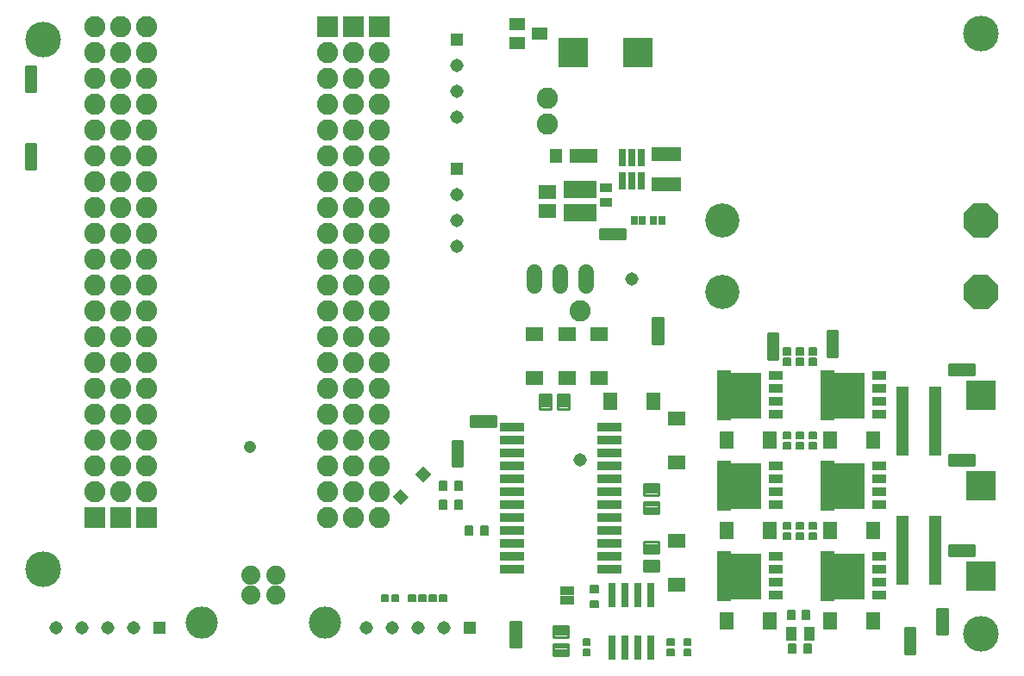
<source format=gts>
G75*
%MOIN*%
%OFA0B0*%
%FSLAX25Y25*%
%IPPOS*%
%LPD*%
%AMOC8*
5,1,8,0,0,1.08239X$1,22.5*
%
%ADD10R,0.05800X0.19300*%
%ADD11R,0.05300X0.03600*%
%ADD12C,0.00130*%
%ADD13R,0.04737X0.26784*%
%ADD14R,0.11200X0.11200*%
%ADD15C,0.00632*%
%ADD16R,0.09658X0.03359*%
%ADD17C,0.13200*%
%ADD18OC8,0.13200*%
%ADD19C,0.01066*%
%ADD20R,0.06587X0.05800*%
%ADD21R,0.05800X0.06587*%
%ADD22R,0.03162X0.09461*%
%ADD23R,0.08200X0.08200*%
%ADD24C,0.08200*%
%ADD25R,0.04600X0.03400*%
%ADD26R,0.11400X0.05200*%
%ADD27R,0.06500X0.05200*%
%ADD28R,0.10700X0.05700*%
%ADD29R,0.05000X0.05700*%
%ADD30R,0.12800X0.06800*%
%ADD31R,0.03000X0.03200*%
%ADD32R,0.03000X0.07000*%
%ADD33C,0.00960*%
%ADD34R,0.05150X0.05150*%
%ADD35C,0.05150*%
%ADD36C,0.07400*%
%ADD37C,0.12500*%
%ADD38C,0.13800*%
%ADD39R,0.05800X0.03300*%
%ADD40R,0.04343X0.04540*%
%ADD41R,0.03950X0.05524*%
%ADD42C,0.06000*%
%ADD43R,0.06312X0.04737*%
%ADD44C,0.04756*%
D10*
X0304533Y0063750D03*
X0304533Y0098750D03*
X0304533Y0133750D03*
X0344533Y0133750D03*
X0344533Y0098750D03*
X0344533Y0063750D03*
D11*
X0364583Y0061250D03*
X0364583Y0056250D03*
X0364583Y0066250D03*
X0364583Y0071250D03*
X0364583Y0091250D03*
X0364583Y0096250D03*
X0364583Y0101250D03*
X0364583Y0106250D03*
X0364583Y0126250D03*
X0364583Y0131250D03*
X0364583Y0136250D03*
X0364583Y0141250D03*
X0324583Y0141250D03*
X0324583Y0136250D03*
X0324583Y0131250D03*
X0324583Y0126250D03*
X0324583Y0106250D03*
X0324583Y0101250D03*
X0324583Y0096250D03*
X0324583Y0091250D03*
X0324583Y0071250D03*
X0324583Y0066250D03*
X0324583Y0061250D03*
X0324583Y0056250D03*
D12*
X0305598Y0055165D02*
X0305598Y0072335D01*
X0318468Y0072335D01*
X0318468Y0055165D01*
X0305598Y0055165D01*
X0305598Y0055294D02*
X0318468Y0055294D01*
X0318468Y0055423D02*
X0305598Y0055423D01*
X0305598Y0055552D02*
X0318468Y0055552D01*
X0318468Y0055681D02*
X0305598Y0055681D01*
X0305598Y0055810D02*
X0318468Y0055810D01*
X0318468Y0055939D02*
X0305598Y0055939D01*
X0305598Y0056068D02*
X0318468Y0056068D01*
X0318468Y0056197D02*
X0305598Y0056197D01*
X0305598Y0056326D02*
X0318468Y0056326D01*
X0318468Y0056455D02*
X0305598Y0056455D01*
X0305598Y0056584D02*
X0318468Y0056584D01*
X0318468Y0056713D02*
X0305598Y0056713D01*
X0305598Y0056842D02*
X0318468Y0056842D01*
X0318468Y0056971D02*
X0305598Y0056971D01*
X0305598Y0057100D02*
X0318468Y0057100D01*
X0318468Y0057229D02*
X0305598Y0057229D01*
X0305598Y0057358D02*
X0318468Y0057358D01*
X0318468Y0057487D02*
X0305598Y0057487D01*
X0305598Y0057616D02*
X0318468Y0057616D01*
X0318468Y0057745D02*
X0305598Y0057745D01*
X0305598Y0057874D02*
X0318468Y0057874D01*
X0318468Y0058003D02*
X0305598Y0058003D01*
X0305598Y0058132D02*
X0318468Y0058132D01*
X0318468Y0058261D02*
X0305598Y0058261D01*
X0305598Y0058390D02*
X0318468Y0058390D01*
X0318468Y0058519D02*
X0305598Y0058519D01*
X0305598Y0058648D02*
X0318468Y0058648D01*
X0318468Y0058777D02*
X0305598Y0058777D01*
X0305598Y0058906D02*
X0318468Y0058906D01*
X0318468Y0059035D02*
X0305598Y0059035D01*
X0305598Y0059164D02*
X0318468Y0059164D01*
X0318468Y0059293D02*
X0305598Y0059293D01*
X0305598Y0059422D02*
X0318468Y0059422D01*
X0318468Y0059551D02*
X0305598Y0059551D01*
X0305598Y0059680D02*
X0318468Y0059680D01*
X0318468Y0059809D02*
X0305598Y0059809D01*
X0305598Y0059938D02*
X0318468Y0059938D01*
X0318468Y0060067D02*
X0305598Y0060067D01*
X0305598Y0060196D02*
X0318468Y0060196D01*
X0318468Y0060325D02*
X0305598Y0060325D01*
X0305598Y0060454D02*
X0318468Y0060454D01*
X0318468Y0060583D02*
X0305598Y0060583D01*
X0305598Y0060712D02*
X0318468Y0060712D01*
X0318468Y0060841D02*
X0305598Y0060841D01*
X0305598Y0060970D02*
X0318468Y0060970D01*
X0318468Y0061099D02*
X0305598Y0061099D01*
X0305598Y0061228D02*
X0318468Y0061228D01*
X0318468Y0061357D02*
X0305598Y0061357D01*
X0305598Y0061486D02*
X0318468Y0061486D01*
X0318468Y0061615D02*
X0305598Y0061615D01*
X0305598Y0061744D02*
X0318468Y0061744D01*
X0318468Y0061873D02*
X0305598Y0061873D01*
X0305598Y0062002D02*
X0318468Y0062002D01*
X0318468Y0062131D02*
X0305598Y0062131D01*
X0305598Y0062260D02*
X0318468Y0062260D01*
X0318468Y0062389D02*
X0305598Y0062389D01*
X0305598Y0062518D02*
X0318468Y0062518D01*
X0318468Y0062647D02*
X0305598Y0062647D01*
X0305598Y0062776D02*
X0318468Y0062776D01*
X0318468Y0062905D02*
X0305598Y0062905D01*
X0305598Y0063034D02*
X0318468Y0063034D01*
X0318468Y0063163D02*
X0305598Y0063163D01*
X0305598Y0063292D02*
X0318468Y0063292D01*
X0318468Y0063421D02*
X0305598Y0063421D01*
X0305598Y0063550D02*
X0318468Y0063550D01*
X0318468Y0063679D02*
X0305598Y0063679D01*
X0305598Y0063808D02*
X0318468Y0063808D01*
X0318468Y0063937D02*
X0305598Y0063937D01*
X0305598Y0064066D02*
X0318468Y0064066D01*
X0318468Y0064195D02*
X0305598Y0064195D01*
X0305598Y0064324D02*
X0318468Y0064324D01*
X0318468Y0064453D02*
X0305598Y0064453D01*
X0305598Y0064582D02*
X0318468Y0064582D01*
X0318468Y0064711D02*
X0305598Y0064711D01*
X0305598Y0064840D02*
X0318468Y0064840D01*
X0318468Y0064969D02*
X0305598Y0064969D01*
X0305598Y0065098D02*
X0318468Y0065098D01*
X0318468Y0065227D02*
X0305598Y0065227D01*
X0305598Y0065356D02*
X0318468Y0065356D01*
X0318468Y0065485D02*
X0305598Y0065485D01*
X0305598Y0065614D02*
X0318468Y0065614D01*
X0318468Y0065743D02*
X0305598Y0065743D01*
X0305598Y0065872D02*
X0318468Y0065872D01*
X0318468Y0066001D02*
X0305598Y0066001D01*
X0305598Y0066130D02*
X0318468Y0066130D01*
X0318468Y0066259D02*
X0305598Y0066259D01*
X0305598Y0066388D02*
X0318468Y0066388D01*
X0318468Y0066517D02*
X0305598Y0066517D01*
X0305598Y0066646D02*
X0318468Y0066646D01*
X0318468Y0066775D02*
X0305598Y0066775D01*
X0305598Y0066904D02*
X0318468Y0066904D01*
X0318468Y0067033D02*
X0305598Y0067033D01*
X0305598Y0067162D02*
X0318468Y0067162D01*
X0318468Y0067291D02*
X0305598Y0067291D01*
X0305598Y0067420D02*
X0318468Y0067420D01*
X0318468Y0067549D02*
X0305598Y0067549D01*
X0305598Y0067678D02*
X0318468Y0067678D01*
X0318468Y0067807D02*
X0305598Y0067807D01*
X0305598Y0067936D02*
X0318468Y0067936D01*
X0318468Y0068065D02*
X0305598Y0068065D01*
X0305598Y0068194D02*
X0318468Y0068194D01*
X0318468Y0068323D02*
X0305598Y0068323D01*
X0305598Y0068452D02*
X0318468Y0068452D01*
X0318468Y0068581D02*
X0305598Y0068581D01*
X0305598Y0068710D02*
X0318468Y0068710D01*
X0318468Y0068839D02*
X0305598Y0068839D01*
X0305598Y0068968D02*
X0318468Y0068968D01*
X0318468Y0069097D02*
X0305598Y0069097D01*
X0305598Y0069226D02*
X0318468Y0069226D01*
X0318468Y0069355D02*
X0305598Y0069355D01*
X0305598Y0069484D02*
X0318468Y0069484D01*
X0318468Y0069613D02*
X0305598Y0069613D01*
X0305598Y0069742D02*
X0318468Y0069742D01*
X0318468Y0069871D02*
X0305598Y0069871D01*
X0305598Y0070000D02*
X0318468Y0070000D01*
X0318468Y0070129D02*
X0305598Y0070129D01*
X0305598Y0070258D02*
X0318468Y0070258D01*
X0318468Y0070387D02*
X0305598Y0070387D01*
X0305598Y0070516D02*
X0318468Y0070516D01*
X0318468Y0070645D02*
X0305598Y0070645D01*
X0305598Y0070774D02*
X0318468Y0070774D01*
X0318468Y0070903D02*
X0305598Y0070903D01*
X0305598Y0071032D02*
X0318468Y0071032D01*
X0318468Y0071161D02*
X0305598Y0071161D01*
X0305598Y0071290D02*
X0318468Y0071290D01*
X0318468Y0071419D02*
X0305598Y0071419D01*
X0305598Y0071548D02*
X0318468Y0071548D01*
X0318468Y0071677D02*
X0305598Y0071677D01*
X0305598Y0071806D02*
X0318468Y0071806D01*
X0318468Y0071935D02*
X0305598Y0071935D01*
X0305598Y0072064D02*
X0318468Y0072064D01*
X0318468Y0072193D02*
X0305598Y0072193D01*
X0305598Y0072322D02*
X0318468Y0072322D01*
X0305598Y0090165D02*
X0305598Y0107335D01*
X0318468Y0107335D01*
X0318468Y0090165D01*
X0305598Y0090165D01*
X0305598Y0090294D02*
X0318468Y0090294D01*
X0318468Y0090423D02*
X0305598Y0090423D01*
X0305598Y0090552D02*
X0318468Y0090552D01*
X0318468Y0090681D02*
X0305598Y0090681D01*
X0305598Y0090810D02*
X0318468Y0090810D01*
X0318468Y0090939D02*
X0305598Y0090939D01*
X0305598Y0091068D02*
X0318468Y0091068D01*
X0318468Y0091197D02*
X0305598Y0091197D01*
X0305598Y0091326D02*
X0318468Y0091326D01*
X0318468Y0091455D02*
X0305598Y0091455D01*
X0305598Y0091584D02*
X0318468Y0091584D01*
X0318468Y0091713D02*
X0305598Y0091713D01*
X0305598Y0091842D02*
X0318468Y0091842D01*
X0318468Y0091971D02*
X0305598Y0091971D01*
X0305598Y0092100D02*
X0318468Y0092100D01*
X0318468Y0092229D02*
X0305598Y0092229D01*
X0305598Y0092358D02*
X0318468Y0092358D01*
X0318468Y0092487D02*
X0305598Y0092487D01*
X0305598Y0092616D02*
X0318468Y0092616D01*
X0318468Y0092745D02*
X0305598Y0092745D01*
X0305598Y0092874D02*
X0318468Y0092874D01*
X0318468Y0093003D02*
X0305598Y0093003D01*
X0305598Y0093132D02*
X0318468Y0093132D01*
X0318468Y0093261D02*
X0305598Y0093261D01*
X0305598Y0093390D02*
X0318468Y0093390D01*
X0318468Y0093519D02*
X0305598Y0093519D01*
X0305598Y0093648D02*
X0318468Y0093648D01*
X0318468Y0093777D02*
X0305598Y0093777D01*
X0305598Y0093906D02*
X0318468Y0093906D01*
X0318468Y0094035D02*
X0305598Y0094035D01*
X0305598Y0094164D02*
X0318468Y0094164D01*
X0318468Y0094293D02*
X0305598Y0094293D01*
X0305598Y0094422D02*
X0318468Y0094422D01*
X0318468Y0094551D02*
X0305598Y0094551D01*
X0305598Y0094680D02*
X0318468Y0094680D01*
X0318468Y0094809D02*
X0305598Y0094809D01*
X0305598Y0094938D02*
X0318468Y0094938D01*
X0318468Y0095067D02*
X0305598Y0095067D01*
X0305598Y0095196D02*
X0318468Y0095196D01*
X0318468Y0095325D02*
X0305598Y0095325D01*
X0305598Y0095454D02*
X0318468Y0095454D01*
X0318468Y0095583D02*
X0305598Y0095583D01*
X0305598Y0095712D02*
X0318468Y0095712D01*
X0318468Y0095841D02*
X0305598Y0095841D01*
X0305598Y0095970D02*
X0318468Y0095970D01*
X0318468Y0096099D02*
X0305598Y0096099D01*
X0305598Y0096228D02*
X0318468Y0096228D01*
X0318468Y0096357D02*
X0305598Y0096357D01*
X0305598Y0096486D02*
X0318468Y0096486D01*
X0318468Y0096615D02*
X0305598Y0096615D01*
X0305598Y0096744D02*
X0318468Y0096744D01*
X0318468Y0096873D02*
X0305598Y0096873D01*
X0305598Y0097002D02*
X0318468Y0097002D01*
X0318468Y0097131D02*
X0305598Y0097131D01*
X0305598Y0097260D02*
X0318468Y0097260D01*
X0318468Y0097389D02*
X0305598Y0097389D01*
X0305598Y0097518D02*
X0318468Y0097518D01*
X0318468Y0097647D02*
X0305598Y0097647D01*
X0305598Y0097776D02*
X0318468Y0097776D01*
X0318468Y0097905D02*
X0305598Y0097905D01*
X0305598Y0098034D02*
X0318468Y0098034D01*
X0318468Y0098163D02*
X0305598Y0098163D01*
X0305598Y0098292D02*
X0318468Y0098292D01*
X0318468Y0098421D02*
X0305598Y0098421D01*
X0305598Y0098550D02*
X0318468Y0098550D01*
X0318468Y0098679D02*
X0305598Y0098679D01*
X0305598Y0098808D02*
X0318468Y0098808D01*
X0318468Y0098937D02*
X0305598Y0098937D01*
X0305598Y0099066D02*
X0318468Y0099066D01*
X0318468Y0099195D02*
X0305598Y0099195D01*
X0305598Y0099324D02*
X0318468Y0099324D01*
X0318468Y0099453D02*
X0305598Y0099453D01*
X0305598Y0099582D02*
X0318468Y0099582D01*
X0318468Y0099711D02*
X0305598Y0099711D01*
X0305598Y0099840D02*
X0318468Y0099840D01*
X0318468Y0099969D02*
X0305598Y0099969D01*
X0305598Y0100098D02*
X0318468Y0100098D01*
X0318468Y0100227D02*
X0305598Y0100227D01*
X0305598Y0100356D02*
X0318468Y0100356D01*
X0318468Y0100485D02*
X0305598Y0100485D01*
X0305598Y0100614D02*
X0318468Y0100614D01*
X0318468Y0100743D02*
X0305598Y0100743D01*
X0305598Y0100872D02*
X0318468Y0100872D01*
X0318468Y0101001D02*
X0305598Y0101001D01*
X0305598Y0101130D02*
X0318468Y0101130D01*
X0318468Y0101259D02*
X0305598Y0101259D01*
X0305598Y0101388D02*
X0318468Y0101388D01*
X0318468Y0101517D02*
X0305598Y0101517D01*
X0305598Y0101646D02*
X0318468Y0101646D01*
X0318468Y0101775D02*
X0305598Y0101775D01*
X0305598Y0101904D02*
X0318468Y0101904D01*
X0318468Y0102033D02*
X0305598Y0102033D01*
X0305598Y0102162D02*
X0318468Y0102162D01*
X0318468Y0102291D02*
X0305598Y0102291D01*
X0305598Y0102420D02*
X0318468Y0102420D01*
X0318468Y0102549D02*
X0305598Y0102549D01*
X0305598Y0102678D02*
X0318468Y0102678D01*
X0318468Y0102807D02*
X0305598Y0102807D01*
X0305598Y0102936D02*
X0318468Y0102936D01*
X0318468Y0103065D02*
X0305598Y0103065D01*
X0305598Y0103194D02*
X0318468Y0103194D01*
X0318468Y0103323D02*
X0305598Y0103323D01*
X0305598Y0103452D02*
X0318468Y0103452D01*
X0318468Y0103581D02*
X0305598Y0103581D01*
X0305598Y0103710D02*
X0318468Y0103710D01*
X0318468Y0103839D02*
X0305598Y0103839D01*
X0305598Y0103968D02*
X0318468Y0103968D01*
X0318468Y0104097D02*
X0305598Y0104097D01*
X0305598Y0104226D02*
X0318468Y0104226D01*
X0318468Y0104355D02*
X0305598Y0104355D01*
X0305598Y0104484D02*
X0318468Y0104484D01*
X0318468Y0104613D02*
X0305598Y0104613D01*
X0305598Y0104742D02*
X0318468Y0104742D01*
X0318468Y0104871D02*
X0305598Y0104871D01*
X0305598Y0105000D02*
X0318468Y0105000D01*
X0318468Y0105129D02*
X0305598Y0105129D01*
X0305598Y0105258D02*
X0318468Y0105258D01*
X0318468Y0105387D02*
X0305598Y0105387D01*
X0305598Y0105516D02*
X0318468Y0105516D01*
X0318468Y0105645D02*
X0305598Y0105645D01*
X0305598Y0105774D02*
X0318468Y0105774D01*
X0318468Y0105903D02*
X0305598Y0105903D01*
X0305598Y0106032D02*
X0318468Y0106032D01*
X0318468Y0106161D02*
X0305598Y0106161D01*
X0305598Y0106290D02*
X0318468Y0106290D01*
X0318468Y0106419D02*
X0305598Y0106419D01*
X0305598Y0106548D02*
X0318468Y0106548D01*
X0318468Y0106677D02*
X0305598Y0106677D01*
X0305598Y0106806D02*
X0318468Y0106806D01*
X0318468Y0106935D02*
X0305598Y0106935D01*
X0305598Y0107064D02*
X0318468Y0107064D01*
X0318468Y0107193D02*
X0305598Y0107193D01*
X0305598Y0107322D02*
X0318468Y0107322D01*
X0305598Y0125165D02*
X0305598Y0142335D01*
X0318468Y0142335D01*
X0318468Y0125165D01*
X0305598Y0125165D01*
X0305598Y0125294D02*
X0318468Y0125294D01*
X0318468Y0125423D02*
X0305598Y0125423D01*
X0305598Y0125552D02*
X0318468Y0125552D01*
X0318468Y0125681D02*
X0305598Y0125681D01*
X0305598Y0125810D02*
X0318468Y0125810D01*
X0318468Y0125939D02*
X0305598Y0125939D01*
X0305598Y0126068D02*
X0318468Y0126068D01*
X0318468Y0126197D02*
X0305598Y0126197D01*
X0305598Y0126326D02*
X0318468Y0126326D01*
X0318468Y0126455D02*
X0305598Y0126455D01*
X0305598Y0126584D02*
X0318468Y0126584D01*
X0318468Y0126713D02*
X0305598Y0126713D01*
X0305598Y0126842D02*
X0318468Y0126842D01*
X0318468Y0126971D02*
X0305598Y0126971D01*
X0305598Y0127100D02*
X0318468Y0127100D01*
X0318468Y0127229D02*
X0305598Y0127229D01*
X0305598Y0127358D02*
X0318468Y0127358D01*
X0318468Y0127487D02*
X0305598Y0127487D01*
X0305598Y0127616D02*
X0318468Y0127616D01*
X0318468Y0127745D02*
X0305598Y0127745D01*
X0305598Y0127874D02*
X0318468Y0127874D01*
X0318468Y0128003D02*
X0305598Y0128003D01*
X0305598Y0128132D02*
X0318468Y0128132D01*
X0318468Y0128261D02*
X0305598Y0128261D01*
X0305598Y0128390D02*
X0318468Y0128390D01*
X0318468Y0128519D02*
X0305598Y0128519D01*
X0305598Y0128648D02*
X0318468Y0128648D01*
X0318468Y0128777D02*
X0305598Y0128777D01*
X0305598Y0128906D02*
X0318468Y0128906D01*
X0318468Y0129035D02*
X0305598Y0129035D01*
X0305598Y0129164D02*
X0318468Y0129164D01*
X0318468Y0129293D02*
X0305598Y0129293D01*
X0305598Y0129422D02*
X0318468Y0129422D01*
X0318468Y0129551D02*
X0305598Y0129551D01*
X0305598Y0129680D02*
X0318468Y0129680D01*
X0318468Y0129809D02*
X0305598Y0129809D01*
X0305598Y0129938D02*
X0318468Y0129938D01*
X0318468Y0130067D02*
X0305598Y0130067D01*
X0305598Y0130196D02*
X0318468Y0130196D01*
X0318468Y0130325D02*
X0305598Y0130325D01*
X0305598Y0130454D02*
X0318468Y0130454D01*
X0318468Y0130583D02*
X0305598Y0130583D01*
X0305598Y0130712D02*
X0318468Y0130712D01*
X0318468Y0130841D02*
X0305598Y0130841D01*
X0305598Y0130970D02*
X0318468Y0130970D01*
X0318468Y0131099D02*
X0305598Y0131099D01*
X0305598Y0131228D02*
X0318468Y0131228D01*
X0318468Y0131357D02*
X0305598Y0131357D01*
X0305598Y0131486D02*
X0318468Y0131486D01*
X0318468Y0131615D02*
X0305598Y0131615D01*
X0305598Y0131744D02*
X0318468Y0131744D01*
X0318468Y0131873D02*
X0305598Y0131873D01*
X0305598Y0132002D02*
X0318468Y0132002D01*
X0318468Y0132131D02*
X0305598Y0132131D01*
X0305598Y0132260D02*
X0318468Y0132260D01*
X0318468Y0132389D02*
X0305598Y0132389D01*
X0305598Y0132518D02*
X0318468Y0132518D01*
X0318468Y0132647D02*
X0305598Y0132647D01*
X0305598Y0132776D02*
X0318468Y0132776D01*
X0318468Y0132905D02*
X0305598Y0132905D01*
X0305598Y0133034D02*
X0318468Y0133034D01*
X0318468Y0133163D02*
X0305598Y0133163D01*
X0305598Y0133292D02*
X0318468Y0133292D01*
X0318468Y0133421D02*
X0305598Y0133421D01*
X0305598Y0133550D02*
X0318468Y0133550D01*
X0318468Y0133679D02*
X0305598Y0133679D01*
X0305598Y0133808D02*
X0318468Y0133808D01*
X0318468Y0133937D02*
X0305598Y0133937D01*
X0305598Y0134066D02*
X0318468Y0134066D01*
X0318468Y0134195D02*
X0305598Y0134195D01*
X0305598Y0134324D02*
X0318468Y0134324D01*
X0318468Y0134453D02*
X0305598Y0134453D01*
X0305598Y0134582D02*
X0318468Y0134582D01*
X0318468Y0134711D02*
X0305598Y0134711D01*
X0305598Y0134840D02*
X0318468Y0134840D01*
X0318468Y0134969D02*
X0305598Y0134969D01*
X0305598Y0135098D02*
X0318468Y0135098D01*
X0318468Y0135227D02*
X0305598Y0135227D01*
X0305598Y0135356D02*
X0318468Y0135356D01*
X0318468Y0135485D02*
X0305598Y0135485D01*
X0305598Y0135614D02*
X0318468Y0135614D01*
X0318468Y0135743D02*
X0305598Y0135743D01*
X0305598Y0135872D02*
X0318468Y0135872D01*
X0318468Y0136001D02*
X0305598Y0136001D01*
X0305598Y0136130D02*
X0318468Y0136130D01*
X0318468Y0136259D02*
X0305598Y0136259D01*
X0305598Y0136388D02*
X0318468Y0136388D01*
X0318468Y0136517D02*
X0305598Y0136517D01*
X0305598Y0136646D02*
X0318468Y0136646D01*
X0318468Y0136775D02*
X0305598Y0136775D01*
X0305598Y0136904D02*
X0318468Y0136904D01*
X0318468Y0137033D02*
X0305598Y0137033D01*
X0305598Y0137162D02*
X0318468Y0137162D01*
X0318468Y0137291D02*
X0305598Y0137291D01*
X0305598Y0137420D02*
X0318468Y0137420D01*
X0318468Y0137549D02*
X0305598Y0137549D01*
X0305598Y0137678D02*
X0318468Y0137678D01*
X0318468Y0137807D02*
X0305598Y0137807D01*
X0305598Y0137936D02*
X0318468Y0137936D01*
X0318468Y0138065D02*
X0305598Y0138065D01*
X0305598Y0138194D02*
X0318468Y0138194D01*
X0318468Y0138323D02*
X0305598Y0138323D01*
X0305598Y0138452D02*
X0318468Y0138452D01*
X0318468Y0138581D02*
X0305598Y0138581D01*
X0305598Y0138710D02*
X0318468Y0138710D01*
X0318468Y0138839D02*
X0305598Y0138839D01*
X0305598Y0138968D02*
X0318468Y0138968D01*
X0318468Y0139097D02*
X0305598Y0139097D01*
X0305598Y0139226D02*
X0318468Y0139226D01*
X0318468Y0139355D02*
X0305598Y0139355D01*
X0305598Y0139484D02*
X0318468Y0139484D01*
X0318468Y0139613D02*
X0305598Y0139613D01*
X0305598Y0139742D02*
X0318468Y0139742D01*
X0318468Y0139871D02*
X0305598Y0139871D01*
X0305598Y0140000D02*
X0318468Y0140000D01*
X0318468Y0140129D02*
X0305598Y0140129D01*
X0305598Y0140258D02*
X0318468Y0140258D01*
X0318468Y0140387D02*
X0305598Y0140387D01*
X0305598Y0140516D02*
X0318468Y0140516D01*
X0318468Y0140645D02*
X0305598Y0140645D01*
X0305598Y0140774D02*
X0318468Y0140774D01*
X0318468Y0140903D02*
X0305598Y0140903D01*
X0305598Y0141032D02*
X0318468Y0141032D01*
X0318468Y0141161D02*
X0305598Y0141161D01*
X0305598Y0141290D02*
X0318468Y0141290D01*
X0318468Y0141419D02*
X0305598Y0141419D01*
X0305598Y0141548D02*
X0318468Y0141548D01*
X0318468Y0141677D02*
X0305598Y0141677D01*
X0305598Y0141806D02*
X0318468Y0141806D01*
X0318468Y0141935D02*
X0305598Y0141935D01*
X0305598Y0142064D02*
X0318468Y0142064D01*
X0318468Y0142193D02*
X0305598Y0142193D01*
X0305598Y0142322D02*
X0318468Y0142322D01*
X0345598Y0142335D02*
X0345598Y0125165D01*
X0345598Y0142335D02*
X0358468Y0142335D01*
X0358468Y0125165D01*
X0345598Y0125165D01*
X0345598Y0125294D02*
X0358468Y0125294D01*
X0358468Y0125423D02*
X0345598Y0125423D01*
X0345598Y0125552D02*
X0358468Y0125552D01*
X0358468Y0125681D02*
X0345598Y0125681D01*
X0345598Y0125810D02*
X0358468Y0125810D01*
X0358468Y0125939D02*
X0345598Y0125939D01*
X0345598Y0126068D02*
X0358468Y0126068D01*
X0358468Y0126197D02*
X0345598Y0126197D01*
X0345598Y0126326D02*
X0358468Y0126326D01*
X0358468Y0126455D02*
X0345598Y0126455D01*
X0345598Y0126584D02*
X0358468Y0126584D01*
X0358468Y0126713D02*
X0345598Y0126713D01*
X0345598Y0126842D02*
X0358468Y0126842D01*
X0358468Y0126971D02*
X0345598Y0126971D01*
X0345598Y0127100D02*
X0358468Y0127100D01*
X0358468Y0127229D02*
X0345598Y0127229D01*
X0345598Y0127358D02*
X0358468Y0127358D01*
X0358468Y0127487D02*
X0345598Y0127487D01*
X0345598Y0127616D02*
X0358468Y0127616D01*
X0358468Y0127745D02*
X0345598Y0127745D01*
X0345598Y0127874D02*
X0358468Y0127874D01*
X0358468Y0128003D02*
X0345598Y0128003D01*
X0345598Y0128132D02*
X0358468Y0128132D01*
X0358468Y0128261D02*
X0345598Y0128261D01*
X0345598Y0128390D02*
X0358468Y0128390D01*
X0358468Y0128519D02*
X0345598Y0128519D01*
X0345598Y0128648D02*
X0358468Y0128648D01*
X0358468Y0128777D02*
X0345598Y0128777D01*
X0345598Y0128906D02*
X0358468Y0128906D01*
X0358468Y0129035D02*
X0345598Y0129035D01*
X0345598Y0129164D02*
X0358468Y0129164D01*
X0358468Y0129293D02*
X0345598Y0129293D01*
X0345598Y0129422D02*
X0358468Y0129422D01*
X0358468Y0129551D02*
X0345598Y0129551D01*
X0345598Y0129680D02*
X0358468Y0129680D01*
X0358468Y0129809D02*
X0345598Y0129809D01*
X0345598Y0129938D02*
X0358468Y0129938D01*
X0358468Y0130067D02*
X0345598Y0130067D01*
X0345598Y0130196D02*
X0358468Y0130196D01*
X0358468Y0130325D02*
X0345598Y0130325D01*
X0345598Y0130454D02*
X0358468Y0130454D01*
X0358468Y0130583D02*
X0345598Y0130583D01*
X0345598Y0130712D02*
X0358468Y0130712D01*
X0358468Y0130841D02*
X0345598Y0130841D01*
X0345598Y0130970D02*
X0358468Y0130970D01*
X0358468Y0131099D02*
X0345598Y0131099D01*
X0345598Y0131228D02*
X0358468Y0131228D01*
X0358468Y0131357D02*
X0345598Y0131357D01*
X0345598Y0131486D02*
X0358468Y0131486D01*
X0358468Y0131615D02*
X0345598Y0131615D01*
X0345598Y0131744D02*
X0358468Y0131744D01*
X0358468Y0131873D02*
X0345598Y0131873D01*
X0345598Y0132002D02*
X0358468Y0132002D01*
X0358468Y0132131D02*
X0345598Y0132131D01*
X0345598Y0132260D02*
X0358468Y0132260D01*
X0358468Y0132389D02*
X0345598Y0132389D01*
X0345598Y0132518D02*
X0358468Y0132518D01*
X0358468Y0132647D02*
X0345598Y0132647D01*
X0345598Y0132776D02*
X0358468Y0132776D01*
X0358468Y0132905D02*
X0345598Y0132905D01*
X0345598Y0133034D02*
X0358468Y0133034D01*
X0358468Y0133163D02*
X0345598Y0133163D01*
X0345598Y0133292D02*
X0358468Y0133292D01*
X0358468Y0133421D02*
X0345598Y0133421D01*
X0345598Y0133550D02*
X0358468Y0133550D01*
X0358468Y0133679D02*
X0345598Y0133679D01*
X0345598Y0133808D02*
X0358468Y0133808D01*
X0358468Y0133937D02*
X0345598Y0133937D01*
X0345598Y0134066D02*
X0358468Y0134066D01*
X0358468Y0134195D02*
X0345598Y0134195D01*
X0345598Y0134324D02*
X0358468Y0134324D01*
X0358468Y0134453D02*
X0345598Y0134453D01*
X0345598Y0134582D02*
X0358468Y0134582D01*
X0358468Y0134711D02*
X0345598Y0134711D01*
X0345598Y0134840D02*
X0358468Y0134840D01*
X0358468Y0134969D02*
X0345598Y0134969D01*
X0345598Y0135098D02*
X0358468Y0135098D01*
X0358468Y0135227D02*
X0345598Y0135227D01*
X0345598Y0135356D02*
X0358468Y0135356D01*
X0358468Y0135485D02*
X0345598Y0135485D01*
X0345598Y0135614D02*
X0358468Y0135614D01*
X0358468Y0135743D02*
X0345598Y0135743D01*
X0345598Y0135872D02*
X0358468Y0135872D01*
X0358468Y0136001D02*
X0345598Y0136001D01*
X0345598Y0136130D02*
X0358468Y0136130D01*
X0358468Y0136259D02*
X0345598Y0136259D01*
X0345598Y0136388D02*
X0358468Y0136388D01*
X0358468Y0136517D02*
X0345598Y0136517D01*
X0345598Y0136646D02*
X0358468Y0136646D01*
X0358468Y0136775D02*
X0345598Y0136775D01*
X0345598Y0136904D02*
X0358468Y0136904D01*
X0358468Y0137033D02*
X0345598Y0137033D01*
X0345598Y0137162D02*
X0358468Y0137162D01*
X0358468Y0137291D02*
X0345598Y0137291D01*
X0345598Y0137420D02*
X0358468Y0137420D01*
X0358468Y0137549D02*
X0345598Y0137549D01*
X0345598Y0137678D02*
X0358468Y0137678D01*
X0358468Y0137807D02*
X0345598Y0137807D01*
X0345598Y0137936D02*
X0358468Y0137936D01*
X0358468Y0138065D02*
X0345598Y0138065D01*
X0345598Y0138194D02*
X0358468Y0138194D01*
X0358468Y0138323D02*
X0345598Y0138323D01*
X0345598Y0138452D02*
X0358468Y0138452D01*
X0358468Y0138581D02*
X0345598Y0138581D01*
X0345598Y0138710D02*
X0358468Y0138710D01*
X0358468Y0138839D02*
X0345598Y0138839D01*
X0345598Y0138968D02*
X0358468Y0138968D01*
X0358468Y0139097D02*
X0345598Y0139097D01*
X0345598Y0139226D02*
X0358468Y0139226D01*
X0358468Y0139355D02*
X0345598Y0139355D01*
X0345598Y0139484D02*
X0358468Y0139484D01*
X0358468Y0139613D02*
X0345598Y0139613D01*
X0345598Y0139742D02*
X0358468Y0139742D01*
X0358468Y0139871D02*
X0345598Y0139871D01*
X0345598Y0140000D02*
X0358468Y0140000D01*
X0358468Y0140129D02*
X0345598Y0140129D01*
X0345598Y0140258D02*
X0358468Y0140258D01*
X0358468Y0140387D02*
X0345598Y0140387D01*
X0345598Y0140516D02*
X0358468Y0140516D01*
X0358468Y0140645D02*
X0345598Y0140645D01*
X0345598Y0140774D02*
X0358468Y0140774D01*
X0358468Y0140903D02*
X0345598Y0140903D01*
X0345598Y0141032D02*
X0358468Y0141032D01*
X0358468Y0141161D02*
X0345598Y0141161D01*
X0345598Y0141290D02*
X0358468Y0141290D01*
X0358468Y0141419D02*
X0345598Y0141419D01*
X0345598Y0141548D02*
X0358468Y0141548D01*
X0358468Y0141677D02*
X0345598Y0141677D01*
X0345598Y0141806D02*
X0358468Y0141806D01*
X0358468Y0141935D02*
X0345598Y0141935D01*
X0345598Y0142064D02*
X0358468Y0142064D01*
X0358468Y0142193D02*
X0345598Y0142193D01*
X0345598Y0142322D02*
X0358468Y0142322D01*
X0345598Y0107335D02*
X0345598Y0090165D01*
X0345598Y0107335D02*
X0358468Y0107335D01*
X0358468Y0090165D01*
X0345598Y0090165D01*
X0345598Y0090294D02*
X0358468Y0090294D01*
X0358468Y0090423D02*
X0345598Y0090423D01*
X0345598Y0090552D02*
X0358468Y0090552D01*
X0358468Y0090681D02*
X0345598Y0090681D01*
X0345598Y0090810D02*
X0358468Y0090810D01*
X0358468Y0090939D02*
X0345598Y0090939D01*
X0345598Y0091068D02*
X0358468Y0091068D01*
X0358468Y0091197D02*
X0345598Y0091197D01*
X0345598Y0091326D02*
X0358468Y0091326D01*
X0358468Y0091455D02*
X0345598Y0091455D01*
X0345598Y0091584D02*
X0358468Y0091584D01*
X0358468Y0091713D02*
X0345598Y0091713D01*
X0345598Y0091842D02*
X0358468Y0091842D01*
X0358468Y0091971D02*
X0345598Y0091971D01*
X0345598Y0092100D02*
X0358468Y0092100D01*
X0358468Y0092229D02*
X0345598Y0092229D01*
X0345598Y0092358D02*
X0358468Y0092358D01*
X0358468Y0092487D02*
X0345598Y0092487D01*
X0345598Y0092616D02*
X0358468Y0092616D01*
X0358468Y0092745D02*
X0345598Y0092745D01*
X0345598Y0092874D02*
X0358468Y0092874D01*
X0358468Y0093003D02*
X0345598Y0093003D01*
X0345598Y0093132D02*
X0358468Y0093132D01*
X0358468Y0093261D02*
X0345598Y0093261D01*
X0345598Y0093390D02*
X0358468Y0093390D01*
X0358468Y0093519D02*
X0345598Y0093519D01*
X0345598Y0093648D02*
X0358468Y0093648D01*
X0358468Y0093777D02*
X0345598Y0093777D01*
X0345598Y0093906D02*
X0358468Y0093906D01*
X0358468Y0094035D02*
X0345598Y0094035D01*
X0345598Y0094164D02*
X0358468Y0094164D01*
X0358468Y0094293D02*
X0345598Y0094293D01*
X0345598Y0094422D02*
X0358468Y0094422D01*
X0358468Y0094551D02*
X0345598Y0094551D01*
X0345598Y0094680D02*
X0358468Y0094680D01*
X0358468Y0094809D02*
X0345598Y0094809D01*
X0345598Y0094938D02*
X0358468Y0094938D01*
X0358468Y0095067D02*
X0345598Y0095067D01*
X0345598Y0095196D02*
X0358468Y0095196D01*
X0358468Y0095325D02*
X0345598Y0095325D01*
X0345598Y0095454D02*
X0358468Y0095454D01*
X0358468Y0095583D02*
X0345598Y0095583D01*
X0345598Y0095712D02*
X0358468Y0095712D01*
X0358468Y0095841D02*
X0345598Y0095841D01*
X0345598Y0095970D02*
X0358468Y0095970D01*
X0358468Y0096099D02*
X0345598Y0096099D01*
X0345598Y0096228D02*
X0358468Y0096228D01*
X0358468Y0096357D02*
X0345598Y0096357D01*
X0345598Y0096486D02*
X0358468Y0096486D01*
X0358468Y0096615D02*
X0345598Y0096615D01*
X0345598Y0096744D02*
X0358468Y0096744D01*
X0358468Y0096873D02*
X0345598Y0096873D01*
X0345598Y0097002D02*
X0358468Y0097002D01*
X0358468Y0097131D02*
X0345598Y0097131D01*
X0345598Y0097260D02*
X0358468Y0097260D01*
X0358468Y0097389D02*
X0345598Y0097389D01*
X0345598Y0097518D02*
X0358468Y0097518D01*
X0358468Y0097647D02*
X0345598Y0097647D01*
X0345598Y0097776D02*
X0358468Y0097776D01*
X0358468Y0097905D02*
X0345598Y0097905D01*
X0345598Y0098034D02*
X0358468Y0098034D01*
X0358468Y0098163D02*
X0345598Y0098163D01*
X0345598Y0098292D02*
X0358468Y0098292D01*
X0358468Y0098421D02*
X0345598Y0098421D01*
X0345598Y0098550D02*
X0358468Y0098550D01*
X0358468Y0098679D02*
X0345598Y0098679D01*
X0345598Y0098808D02*
X0358468Y0098808D01*
X0358468Y0098937D02*
X0345598Y0098937D01*
X0345598Y0099066D02*
X0358468Y0099066D01*
X0358468Y0099195D02*
X0345598Y0099195D01*
X0345598Y0099324D02*
X0358468Y0099324D01*
X0358468Y0099453D02*
X0345598Y0099453D01*
X0345598Y0099582D02*
X0358468Y0099582D01*
X0358468Y0099711D02*
X0345598Y0099711D01*
X0345598Y0099840D02*
X0358468Y0099840D01*
X0358468Y0099969D02*
X0345598Y0099969D01*
X0345598Y0100098D02*
X0358468Y0100098D01*
X0358468Y0100227D02*
X0345598Y0100227D01*
X0345598Y0100356D02*
X0358468Y0100356D01*
X0358468Y0100485D02*
X0345598Y0100485D01*
X0345598Y0100614D02*
X0358468Y0100614D01*
X0358468Y0100743D02*
X0345598Y0100743D01*
X0345598Y0100872D02*
X0358468Y0100872D01*
X0358468Y0101001D02*
X0345598Y0101001D01*
X0345598Y0101130D02*
X0358468Y0101130D01*
X0358468Y0101259D02*
X0345598Y0101259D01*
X0345598Y0101388D02*
X0358468Y0101388D01*
X0358468Y0101517D02*
X0345598Y0101517D01*
X0345598Y0101646D02*
X0358468Y0101646D01*
X0358468Y0101775D02*
X0345598Y0101775D01*
X0345598Y0101904D02*
X0358468Y0101904D01*
X0358468Y0102033D02*
X0345598Y0102033D01*
X0345598Y0102162D02*
X0358468Y0102162D01*
X0358468Y0102291D02*
X0345598Y0102291D01*
X0345598Y0102420D02*
X0358468Y0102420D01*
X0358468Y0102549D02*
X0345598Y0102549D01*
X0345598Y0102678D02*
X0358468Y0102678D01*
X0358468Y0102807D02*
X0345598Y0102807D01*
X0345598Y0102936D02*
X0358468Y0102936D01*
X0358468Y0103065D02*
X0345598Y0103065D01*
X0345598Y0103194D02*
X0358468Y0103194D01*
X0358468Y0103323D02*
X0345598Y0103323D01*
X0345598Y0103452D02*
X0358468Y0103452D01*
X0358468Y0103581D02*
X0345598Y0103581D01*
X0345598Y0103710D02*
X0358468Y0103710D01*
X0358468Y0103839D02*
X0345598Y0103839D01*
X0345598Y0103968D02*
X0358468Y0103968D01*
X0358468Y0104097D02*
X0345598Y0104097D01*
X0345598Y0104226D02*
X0358468Y0104226D01*
X0358468Y0104355D02*
X0345598Y0104355D01*
X0345598Y0104484D02*
X0358468Y0104484D01*
X0358468Y0104613D02*
X0345598Y0104613D01*
X0345598Y0104742D02*
X0358468Y0104742D01*
X0358468Y0104871D02*
X0345598Y0104871D01*
X0345598Y0105000D02*
X0358468Y0105000D01*
X0358468Y0105129D02*
X0345598Y0105129D01*
X0345598Y0105258D02*
X0358468Y0105258D01*
X0358468Y0105387D02*
X0345598Y0105387D01*
X0345598Y0105516D02*
X0358468Y0105516D01*
X0358468Y0105645D02*
X0345598Y0105645D01*
X0345598Y0105774D02*
X0358468Y0105774D01*
X0358468Y0105903D02*
X0345598Y0105903D01*
X0345598Y0106032D02*
X0358468Y0106032D01*
X0358468Y0106161D02*
X0345598Y0106161D01*
X0345598Y0106290D02*
X0358468Y0106290D01*
X0358468Y0106419D02*
X0345598Y0106419D01*
X0345598Y0106548D02*
X0358468Y0106548D01*
X0358468Y0106677D02*
X0345598Y0106677D01*
X0345598Y0106806D02*
X0358468Y0106806D01*
X0358468Y0106935D02*
X0345598Y0106935D01*
X0345598Y0107064D02*
X0358468Y0107064D01*
X0358468Y0107193D02*
X0345598Y0107193D01*
X0345598Y0107322D02*
X0358468Y0107322D01*
X0345598Y0072335D02*
X0345598Y0055165D01*
X0345598Y0072335D02*
X0358468Y0072335D01*
X0358468Y0055165D01*
X0345598Y0055165D01*
X0345598Y0055294D02*
X0358468Y0055294D01*
X0358468Y0055423D02*
X0345598Y0055423D01*
X0345598Y0055552D02*
X0358468Y0055552D01*
X0358468Y0055681D02*
X0345598Y0055681D01*
X0345598Y0055810D02*
X0358468Y0055810D01*
X0358468Y0055939D02*
X0345598Y0055939D01*
X0345598Y0056068D02*
X0358468Y0056068D01*
X0358468Y0056197D02*
X0345598Y0056197D01*
X0345598Y0056326D02*
X0358468Y0056326D01*
X0358468Y0056455D02*
X0345598Y0056455D01*
X0345598Y0056584D02*
X0358468Y0056584D01*
X0358468Y0056713D02*
X0345598Y0056713D01*
X0345598Y0056842D02*
X0358468Y0056842D01*
X0358468Y0056971D02*
X0345598Y0056971D01*
X0345598Y0057100D02*
X0358468Y0057100D01*
X0358468Y0057229D02*
X0345598Y0057229D01*
X0345598Y0057358D02*
X0358468Y0057358D01*
X0358468Y0057487D02*
X0345598Y0057487D01*
X0345598Y0057616D02*
X0358468Y0057616D01*
X0358468Y0057745D02*
X0345598Y0057745D01*
X0345598Y0057874D02*
X0358468Y0057874D01*
X0358468Y0058003D02*
X0345598Y0058003D01*
X0345598Y0058132D02*
X0358468Y0058132D01*
X0358468Y0058261D02*
X0345598Y0058261D01*
X0345598Y0058390D02*
X0358468Y0058390D01*
X0358468Y0058519D02*
X0345598Y0058519D01*
X0345598Y0058648D02*
X0358468Y0058648D01*
X0358468Y0058777D02*
X0345598Y0058777D01*
X0345598Y0058906D02*
X0358468Y0058906D01*
X0358468Y0059035D02*
X0345598Y0059035D01*
X0345598Y0059164D02*
X0358468Y0059164D01*
X0358468Y0059293D02*
X0345598Y0059293D01*
X0345598Y0059422D02*
X0358468Y0059422D01*
X0358468Y0059551D02*
X0345598Y0059551D01*
X0345598Y0059680D02*
X0358468Y0059680D01*
X0358468Y0059809D02*
X0345598Y0059809D01*
X0345598Y0059938D02*
X0358468Y0059938D01*
X0358468Y0060067D02*
X0345598Y0060067D01*
X0345598Y0060196D02*
X0358468Y0060196D01*
X0358468Y0060325D02*
X0345598Y0060325D01*
X0345598Y0060454D02*
X0358468Y0060454D01*
X0358468Y0060583D02*
X0345598Y0060583D01*
X0345598Y0060712D02*
X0358468Y0060712D01*
X0358468Y0060841D02*
X0345598Y0060841D01*
X0345598Y0060970D02*
X0358468Y0060970D01*
X0358468Y0061099D02*
X0345598Y0061099D01*
X0345598Y0061228D02*
X0358468Y0061228D01*
X0358468Y0061357D02*
X0345598Y0061357D01*
X0345598Y0061486D02*
X0358468Y0061486D01*
X0358468Y0061615D02*
X0345598Y0061615D01*
X0345598Y0061744D02*
X0358468Y0061744D01*
X0358468Y0061873D02*
X0345598Y0061873D01*
X0345598Y0062002D02*
X0358468Y0062002D01*
X0358468Y0062131D02*
X0345598Y0062131D01*
X0345598Y0062260D02*
X0358468Y0062260D01*
X0358468Y0062389D02*
X0345598Y0062389D01*
X0345598Y0062518D02*
X0358468Y0062518D01*
X0358468Y0062647D02*
X0345598Y0062647D01*
X0345598Y0062776D02*
X0358468Y0062776D01*
X0358468Y0062905D02*
X0345598Y0062905D01*
X0345598Y0063034D02*
X0358468Y0063034D01*
X0358468Y0063163D02*
X0345598Y0063163D01*
X0345598Y0063292D02*
X0358468Y0063292D01*
X0358468Y0063421D02*
X0345598Y0063421D01*
X0345598Y0063550D02*
X0358468Y0063550D01*
X0358468Y0063679D02*
X0345598Y0063679D01*
X0345598Y0063808D02*
X0358468Y0063808D01*
X0358468Y0063937D02*
X0345598Y0063937D01*
X0345598Y0064066D02*
X0358468Y0064066D01*
X0358468Y0064195D02*
X0345598Y0064195D01*
X0345598Y0064324D02*
X0358468Y0064324D01*
X0358468Y0064453D02*
X0345598Y0064453D01*
X0345598Y0064582D02*
X0358468Y0064582D01*
X0358468Y0064711D02*
X0345598Y0064711D01*
X0345598Y0064840D02*
X0358468Y0064840D01*
X0358468Y0064969D02*
X0345598Y0064969D01*
X0345598Y0065098D02*
X0358468Y0065098D01*
X0358468Y0065227D02*
X0345598Y0065227D01*
X0345598Y0065356D02*
X0358468Y0065356D01*
X0358468Y0065485D02*
X0345598Y0065485D01*
X0345598Y0065614D02*
X0358468Y0065614D01*
X0358468Y0065743D02*
X0345598Y0065743D01*
X0345598Y0065872D02*
X0358468Y0065872D01*
X0358468Y0066001D02*
X0345598Y0066001D01*
X0345598Y0066130D02*
X0358468Y0066130D01*
X0358468Y0066259D02*
X0345598Y0066259D01*
X0345598Y0066388D02*
X0358468Y0066388D01*
X0358468Y0066517D02*
X0345598Y0066517D01*
X0345598Y0066646D02*
X0358468Y0066646D01*
X0358468Y0066775D02*
X0345598Y0066775D01*
X0345598Y0066904D02*
X0358468Y0066904D01*
X0358468Y0067033D02*
X0345598Y0067033D01*
X0345598Y0067162D02*
X0358468Y0067162D01*
X0358468Y0067291D02*
X0345598Y0067291D01*
X0345598Y0067420D02*
X0358468Y0067420D01*
X0358468Y0067549D02*
X0345598Y0067549D01*
X0345598Y0067678D02*
X0358468Y0067678D01*
X0358468Y0067807D02*
X0345598Y0067807D01*
X0345598Y0067936D02*
X0358468Y0067936D01*
X0358468Y0068065D02*
X0345598Y0068065D01*
X0345598Y0068194D02*
X0358468Y0068194D01*
X0358468Y0068323D02*
X0345598Y0068323D01*
X0345598Y0068452D02*
X0358468Y0068452D01*
X0358468Y0068581D02*
X0345598Y0068581D01*
X0345598Y0068710D02*
X0358468Y0068710D01*
X0358468Y0068839D02*
X0345598Y0068839D01*
X0345598Y0068968D02*
X0358468Y0068968D01*
X0358468Y0069097D02*
X0345598Y0069097D01*
X0345598Y0069226D02*
X0358468Y0069226D01*
X0358468Y0069355D02*
X0345598Y0069355D01*
X0345598Y0069484D02*
X0358468Y0069484D01*
X0358468Y0069613D02*
X0345598Y0069613D01*
X0345598Y0069742D02*
X0358468Y0069742D01*
X0358468Y0069871D02*
X0345598Y0069871D01*
X0345598Y0070000D02*
X0358468Y0070000D01*
X0358468Y0070129D02*
X0345598Y0070129D01*
X0345598Y0070258D02*
X0358468Y0070258D01*
X0358468Y0070387D02*
X0345598Y0070387D01*
X0345598Y0070516D02*
X0358468Y0070516D01*
X0358468Y0070645D02*
X0345598Y0070645D01*
X0345598Y0070774D02*
X0358468Y0070774D01*
X0358468Y0070903D02*
X0345598Y0070903D01*
X0345598Y0071032D02*
X0358468Y0071032D01*
X0358468Y0071161D02*
X0345598Y0071161D01*
X0345598Y0071290D02*
X0358468Y0071290D01*
X0358468Y0071419D02*
X0345598Y0071419D01*
X0345598Y0071548D02*
X0358468Y0071548D01*
X0358468Y0071677D02*
X0345598Y0071677D01*
X0345598Y0071806D02*
X0358468Y0071806D01*
X0358468Y0071935D02*
X0345598Y0071935D01*
X0345598Y0072064D02*
X0358468Y0072064D01*
X0358468Y0072193D02*
X0345598Y0072193D01*
X0345598Y0072322D02*
X0358468Y0072322D01*
D13*
X0373534Y0073750D03*
X0386133Y0073750D03*
X0386133Y0123750D03*
X0373534Y0123750D03*
D14*
X0403833Y0133750D03*
X0403833Y0098750D03*
X0403833Y0063750D03*
X0271333Y0266250D03*
X0246333Y0266250D03*
D15*
X0327568Y0151984D02*
X0327568Y0149454D01*
X0327568Y0151984D02*
X0330098Y0151984D01*
X0330098Y0149454D01*
X0327568Y0149454D01*
X0327568Y0150085D02*
X0330098Y0150085D01*
X0330098Y0150716D02*
X0327568Y0150716D01*
X0327568Y0151347D02*
X0330098Y0151347D01*
X0330098Y0151978D02*
X0327568Y0151978D01*
X0327568Y0148046D02*
X0327568Y0145516D01*
X0327568Y0148046D02*
X0330098Y0148046D01*
X0330098Y0145516D01*
X0327568Y0145516D01*
X0327568Y0146147D02*
X0330098Y0146147D01*
X0330098Y0146778D02*
X0327568Y0146778D01*
X0327568Y0147409D02*
X0330098Y0147409D01*
X0330098Y0148040D02*
X0327568Y0148040D01*
X0332568Y0148046D02*
X0332568Y0145516D01*
X0332568Y0148046D02*
X0335098Y0148046D01*
X0335098Y0145516D01*
X0332568Y0145516D01*
X0332568Y0146147D02*
X0335098Y0146147D01*
X0335098Y0146778D02*
X0332568Y0146778D01*
X0332568Y0147409D02*
X0335098Y0147409D01*
X0335098Y0148040D02*
X0332568Y0148040D01*
X0332568Y0149454D02*
X0332568Y0151984D01*
X0335098Y0151984D01*
X0335098Y0149454D01*
X0332568Y0149454D01*
X0332568Y0150085D02*
X0335098Y0150085D01*
X0335098Y0150716D02*
X0332568Y0150716D01*
X0332568Y0151347D02*
X0335098Y0151347D01*
X0335098Y0151978D02*
X0332568Y0151978D01*
X0337568Y0151984D02*
X0337568Y0149454D01*
X0337568Y0151984D02*
X0340098Y0151984D01*
X0340098Y0149454D01*
X0337568Y0149454D01*
X0337568Y0150085D02*
X0340098Y0150085D01*
X0340098Y0150716D02*
X0337568Y0150716D01*
X0337568Y0151347D02*
X0340098Y0151347D01*
X0340098Y0151978D02*
X0337568Y0151978D01*
X0337568Y0148046D02*
X0337568Y0145516D01*
X0337568Y0148046D02*
X0340098Y0148046D01*
X0340098Y0145516D01*
X0337568Y0145516D01*
X0337568Y0146147D02*
X0340098Y0146147D01*
X0340098Y0146778D02*
X0337568Y0146778D01*
X0337568Y0147409D02*
X0340098Y0147409D01*
X0340098Y0148040D02*
X0337568Y0148040D01*
X0337568Y0119484D02*
X0337568Y0116954D01*
X0337568Y0119484D02*
X0340098Y0119484D01*
X0340098Y0116954D01*
X0337568Y0116954D01*
X0337568Y0117585D02*
X0340098Y0117585D01*
X0340098Y0118216D02*
X0337568Y0118216D01*
X0337568Y0118847D02*
X0340098Y0118847D01*
X0340098Y0119478D02*
X0337568Y0119478D01*
X0332568Y0119484D02*
X0332568Y0116954D01*
X0332568Y0119484D02*
X0335098Y0119484D01*
X0335098Y0116954D01*
X0332568Y0116954D01*
X0332568Y0117585D02*
X0335098Y0117585D01*
X0335098Y0118216D02*
X0332568Y0118216D01*
X0332568Y0118847D02*
X0335098Y0118847D01*
X0335098Y0119478D02*
X0332568Y0119478D01*
X0327568Y0119484D02*
X0327568Y0116954D01*
X0327568Y0119484D02*
X0330098Y0119484D01*
X0330098Y0116954D01*
X0327568Y0116954D01*
X0327568Y0117585D02*
X0330098Y0117585D01*
X0330098Y0118216D02*
X0327568Y0118216D01*
X0327568Y0118847D02*
X0330098Y0118847D01*
X0330098Y0119478D02*
X0327568Y0119478D01*
X0327568Y0115546D02*
X0327568Y0113016D01*
X0327568Y0115546D02*
X0330098Y0115546D01*
X0330098Y0113016D01*
X0327568Y0113016D01*
X0327568Y0113647D02*
X0330098Y0113647D01*
X0330098Y0114278D02*
X0327568Y0114278D01*
X0327568Y0114909D02*
X0330098Y0114909D01*
X0330098Y0115540D02*
X0327568Y0115540D01*
X0332568Y0115546D02*
X0332568Y0113016D01*
X0332568Y0115546D02*
X0335098Y0115546D01*
X0335098Y0113016D01*
X0332568Y0113016D01*
X0332568Y0113647D02*
X0335098Y0113647D01*
X0335098Y0114278D02*
X0332568Y0114278D01*
X0332568Y0114909D02*
X0335098Y0114909D01*
X0335098Y0115540D02*
X0332568Y0115540D01*
X0337568Y0115546D02*
X0337568Y0113016D01*
X0337568Y0115546D02*
X0340098Y0115546D01*
X0340098Y0113016D01*
X0337568Y0113016D01*
X0337568Y0113647D02*
X0340098Y0113647D01*
X0340098Y0114278D02*
X0337568Y0114278D01*
X0337568Y0114909D02*
X0340098Y0114909D01*
X0340098Y0115540D02*
X0337568Y0115540D01*
X0337568Y0084484D02*
X0337568Y0081954D01*
X0337568Y0084484D02*
X0340098Y0084484D01*
X0340098Y0081954D01*
X0337568Y0081954D01*
X0337568Y0082585D02*
X0340098Y0082585D01*
X0340098Y0083216D02*
X0337568Y0083216D01*
X0337568Y0083847D02*
X0340098Y0083847D01*
X0340098Y0084478D02*
X0337568Y0084478D01*
X0332568Y0084484D02*
X0332568Y0081954D01*
X0332568Y0084484D02*
X0335098Y0084484D01*
X0335098Y0081954D01*
X0332568Y0081954D01*
X0332568Y0082585D02*
X0335098Y0082585D01*
X0335098Y0083216D02*
X0332568Y0083216D01*
X0332568Y0083847D02*
X0335098Y0083847D01*
X0335098Y0084478D02*
X0332568Y0084478D01*
X0327568Y0084484D02*
X0327568Y0081954D01*
X0327568Y0084484D02*
X0330098Y0084484D01*
X0330098Y0081954D01*
X0327568Y0081954D01*
X0327568Y0082585D02*
X0330098Y0082585D01*
X0330098Y0083216D02*
X0327568Y0083216D01*
X0327568Y0083847D02*
X0330098Y0083847D01*
X0330098Y0084478D02*
X0327568Y0084478D01*
X0327568Y0080546D02*
X0327568Y0078016D01*
X0327568Y0080546D02*
X0330098Y0080546D01*
X0330098Y0078016D01*
X0327568Y0078016D01*
X0327568Y0078647D02*
X0330098Y0078647D01*
X0330098Y0079278D02*
X0327568Y0079278D01*
X0327568Y0079909D02*
X0330098Y0079909D01*
X0330098Y0080540D02*
X0327568Y0080540D01*
X0332568Y0080546D02*
X0332568Y0078016D01*
X0332568Y0080546D02*
X0335098Y0080546D01*
X0335098Y0078016D01*
X0332568Y0078016D01*
X0332568Y0078647D02*
X0335098Y0078647D01*
X0335098Y0079278D02*
X0332568Y0079278D01*
X0332568Y0079909D02*
X0335098Y0079909D01*
X0335098Y0080540D02*
X0332568Y0080540D01*
X0337568Y0080546D02*
X0337568Y0078016D01*
X0337568Y0080546D02*
X0340098Y0080546D01*
X0340098Y0078016D01*
X0337568Y0078016D01*
X0337568Y0078647D02*
X0340098Y0078647D01*
X0340098Y0079278D02*
X0337568Y0079278D01*
X0337568Y0079909D02*
X0340098Y0079909D01*
X0340098Y0080540D02*
X0337568Y0080540D01*
X0337512Y0050409D02*
X0334982Y0050409D01*
X0337512Y0050409D02*
X0337512Y0047091D01*
X0334982Y0047091D01*
X0334982Y0050409D01*
X0334982Y0047722D02*
X0337512Y0047722D01*
X0337512Y0048353D02*
X0334982Y0048353D01*
X0334982Y0048984D02*
X0337512Y0048984D01*
X0337512Y0049615D02*
X0334982Y0049615D01*
X0334982Y0050246D02*
X0337512Y0050246D01*
X0331685Y0050409D02*
X0329155Y0050409D01*
X0331685Y0050409D02*
X0331685Y0047091D01*
X0329155Y0047091D01*
X0329155Y0050409D01*
X0329155Y0047722D02*
X0331685Y0047722D01*
X0331685Y0048353D02*
X0329155Y0048353D01*
X0329155Y0048984D02*
X0331685Y0048984D01*
X0331685Y0049615D02*
X0329155Y0049615D01*
X0329155Y0050246D02*
X0331685Y0050246D01*
X0332185Y0037409D02*
X0329655Y0037409D01*
X0332185Y0037409D02*
X0332185Y0034091D01*
X0329655Y0034091D01*
X0329655Y0037409D01*
X0329655Y0034722D02*
X0332185Y0034722D01*
X0332185Y0035353D02*
X0329655Y0035353D01*
X0329655Y0035984D02*
X0332185Y0035984D01*
X0332185Y0036615D02*
X0329655Y0036615D01*
X0329655Y0037246D02*
X0332185Y0037246D01*
X0335482Y0037409D02*
X0338012Y0037409D01*
X0338012Y0034091D01*
X0335482Y0034091D01*
X0335482Y0037409D01*
X0335482Y0034722D02*
X0338012Y0034722D01*
X0338012Y0035353D02*
X0335482Y0035353D01*
X0335482Y0035984D02*
X0338012Y0035984D01*
X0338012Y0036615D02*
X0335482Y0036615D01*
X0335482Y0037246D02*
X0338012Y0037246D01*
X0291598Y0036954D02*
X0291598Y0039484D01*
X0291598Y0036954D02*
X0289068Y0036954D01*
X0289068Y0039484D01*
X0291598Y0039484D01*
X0291598Y0037585D02*
X0289068Y0037585D01*
X0289068Y0038216D02*
X0291598Y0038216D01*
X0291598Y0038847D02*
X0289068Y0038847D01*
X0289068Y0039478D02*
X0291598Y0039478D01*
X0291598Y0035546D02*
X0291598Y0033016D01*
X0289068Y0033016D01*
X0289068Y0035546D01*
X0291598Y0035546D01*
X0291598Y0033647D02*
X0289068Y0033647D01*
X0289068Y0034278D02*
X0291598Y0034278D01*
X0291598Y0034909D02*
X0289068Y0034909D01*
X0289068Y0035540D02*
X0291598Y0035540D01*
X0282568Y0035546D02*
X0282568Y0033016D01*
X0282568Y0035546D02*
X0285098Y0035546D01*
X0285098Y0033016D01*
X0282568Y0033016D01*
X0282568Y0033647D02*
X0285098Y0033647D01*
X0285098Y0034278D02*
X0282568Y0034278D01*
X0282568Y0034909D02*
X0285098Y0034909D01*
X0285098Y0035540D02*
X0282568Y0035540D01*
X0282568Y0036954D02*
X0282568Y0039484D01*
X0285098Y0039484D01*
X0285098Y0036954D01*
X0282568Y0036954D01*
X0282568Y0037585D02*
X0285098Y0037585D01*
X0285098Y0038216D02*
X0282568Y0038216D01*
X0282568Y0038847D02*
X0285098Y0038847D01*
X0285098Y0039478D02*
X0282568Y0039478D01*
X0252674Y0051572D02*
X0252674Y0054102D01*
X0255992Y0054102D01*
X0255992Y0051572D01*
X0252674Y0051572D01*
X0252674Y0052203D02*
X0255992Y0052203D01*
X0255992Y0052834D02*
X0252674Y0052834D01*
X0252674Y0053465D02*
X0255992Y0053465D01*
X0255992Y0054096D02*
X0252674Y0054096D01*
X0252674Y0057398D02*
X0252674Y0059928D01*
X0255992Y0059928D01*
X0255992Y0057398D01*
X0252674Y0057398D01*
X0252674Y0058029D02*
X0255992Y0058029D01*
X0255992Y0058660D02*
X0252674Y0058660D01*
X0252674Y0059291D02*
X0255992Y0059291D01*
X0255992Y0059922D02*
X0252674Y0059922D01*
X0252598Y0039484D02*
X0252598Y0036954D01*
X0250068Y0036954D01*
X0250068Y0039484D01*
X0252598Y0039484D01*
X0252598Y0037585D02*
X0250068Y0037585D01*
X0250068Y0038216D02*
X0252598Y0038216D01*
X0252598Y0038847D02*
X0250068Y0038847D01*
X0250068Y0039478D02*
X0252598Y0039478D01*
X0252598Y0035546D02*
X0252598Y0033016D01*
X0250068Y0033016D01*
X0250068Y0035546D01*
X0252598Y0035546D01*
X0252598Y0033647D02*
X0250068Y0033647D01*
X0250068Y0034278D02*
X0252598Y0034278D01*
X0252598Y0034909D02*
X0250068Y0034909D01*
X0250068Y0035540D02*
X0252598Y0035540D01*
X0213012Y0082909D02*
X0210482Y0082909D01*
X0213012Y0082909D02*
X0213012Y0079591D01*
X0210482Y0079591D01*
X0210482Y0082909D01*
X0210482Y0080222D02*
X0213012Y0080222D01*
X0213012Y0080853D02*
X0210482Y0080853D01*
X0210482Y0081484D02*
X0213012Y0081484D01*
X0213012Y0082115D02*
X0210482Y0082115D01*
X0210482Y0082746D02*
X0213012Y0082746D01*
X0207185Y0082909D02*
X0204655Y0082909D01*
X0207185Y0082909D02*
X0207185Y0079591D01*
X0204655Y0079591D01*
X0204655Y0082909D01*
X0204655Y0080222D02*
X0207185Y0080222D01*
X0207185Y0080853D02*
X0204655Y0080853D01*
X0204655Y0081484D02*
X0207185Y0081484D01*
X0207185Y0082115D02*
X0204655Y0082115D01*
X0204655Y0082746D02*
X0207185Y0082746D01*
X0203012Y0089591D02*
X0200482Y0089591D01*
X0200482Y0092909D01*
X0203012Y0092909D01*
X0203012Y0089591D01*
X0203012Y0090222D02*
X0200482Y0090222D01*
X0200482Y0090853D02*
X0203012Y0090853D01*
X0203012Y0091484D02*
X0200482Y0091484D01*
X0200482Y0092115D02*
X0203012Y0092115D01*
X0203012Y0092746D02*
X0200482Y0092746D01*
X0197185Y0089591D02*
X0194655Y0089591D01*
X0194655Y0092909D01*
X0197185Y0092909D01*
X0197185Y0089591D01*
X0197185Y0090222D02*
X0194655Y0090222D01*
X0194655Y0090853D02*
X0197185Y0090853D01*
X0197185Y0091484D02*
X0194655Y0091484D01*
X0194655Y0092115D02*
X0197185Y0092115D01*
X0197185Y0092746D02*
X0194655Y0092746D01*
X0194655Y0100409D02*
X0197185Y0100409D01*
X0197185Y0097091D01*
X0194655Y0097091D01*
X0194655Y0100409D01*
X0194655Y0097722D02*
X0197185Y0097722D01*
X0197185Y0098353D02*
X0194655Y0098353D01*
X0194655Y0098984D02*
X0197185Y0098984D01*
X0197185Y0099615D02*
X0194655Y0099615D01*
X0194655Y0100246D02*
X0197185Y0100246D01*
X0200482Y0100409D02*
X0203012Y0100409D01*
X0203012Y0097091D01*
X0200482Y0097091D01*
X0200482Y0100409D01*
X0200482Y0097722D02*
X0203012Y0097722D01*
X0203012Y0098353D02*
X0200482Y0098353D01*
X0200482Y0098984D02*
X0203012Y0098984D01*
X0203012Y0099615D02*
X0200482Y0099615D01*
X0200482Y0100246D02*
X0203012Y0100246D01*
X0197067Y0053985D02*
X0194537Y0053985D01*
X0194537Y0056515D01*
X0197067Y0056515D01*
X0197067Y0053985D01*
X0197067Y0054616D02*
X0194537Y0054616D01*
X0194537Y0055247D02*
X0197067Y0055247D01*
X0197067Y0055878D02*
X0194537Y0055878D01*
X0194537Y0056509D02*
X0197067Y0056509D01*
X0193130Y0053985D02*
X0190600Y0053985D01*
X0190600Y0056515D01*
X0193130Y0056515D01*
X0193130Y0053985D01*
X0193130Y0054616D02*
X0190600Y0054616D01*
X0190600Y0055247D02*
X0193130Y0055247D01*
X0193130Y0055878D02*
X0190600Y0055878D01*
X0190600Y0056509D02*
X0193130Y0056509D01*
X0189067Y0053985D02*
X0186537Y0053985D01*
X0186537Y0056515D01*
X0189067Y0056515D01*
X0189067Y0053985D01*
X0189067Y0054616D02*
X0186537Y0054616D01*
X0186537Y0055247D02*
X0189067Y0055247D01*
X0189067Y0055878D02*
X0186537Y0055878D01*
X0186537Y0056509D02*
X0189067Y0056509D01*
X0185130Y0053985D02*
X0182600Y0053985D01*
X0182600Y0056515D01*
X0185130Y0056515D01*
X0185130Y0053985D01*
X0185130Y0054616D02*
X0182600Y0054616D01*
X0182600Y0055247D02*
X0185130Y0055247D01*
X0185130Y0055878D02*
X0182600Y0055878D01*
X0182600Y0056509D02*
X0185130Y0056509D01*
X0178567Y0053985D02*
X0176037Y0053985D01*
X0176037Y0056515D01*
X0178567Y0056515D01*
X0178567Y0053985D01*
X0178567Y0054616D02*
X0176037Y0054616D01*
X0176037Y0055247D02*
X0178567Y0055247D01*
X0178567Y0055878D02*
X0176037Y0055878D01*
X0176037Y0056509D02*
X0178567Y0056509D01*
X0174630Y0053985D02*
X0172100Y0053985D01*
X0172100Y0056515D01*
X0174630Y0056515D01*
X0174630Y0053985D01*
X0174630Y0054616D02*
X0172100Y0054616D01*
X0172100Y0055247D02*
X0174630Y0055247D01*
X0174630Y0055878D02*
X0172100Y0055878D01*
X0172100Y0056509D02*
X0174630Y0056509D01*
D16*
X0222633Y0066250D03*
X0222633Y0071250D03*
X0222633Y0076250D03*
X0222633Y0081250D03*
X0222633Y0086250D03*
X0222633Y0091250D03*
X0222633Y0096250D03*
X0222633Y0101250D03*
X0222633Y0106250D03*
X0222633Y0111250D03*
X0222633Y0116250D03*
X0222633Y0121250D03*
X0260034Y0121250D03*
X0260034Y0116250D03*
X0260034Y0111250D03*
X0260034Y0106250D03*
X0260034Y0101250D03*
X0260034Y0096250D03*
X0260034Y0091250D03*
X0260034Y0086250D03*
X0260034Y0081250D03*
X0260034Y0076250D03*
X0260034Y0071250D03*
X0260034Y0066250D03*
D17*
X0303833Y0173750D03*
X0303833Y0201250D03*
D18*
X0403833Y0201250D03*
X0403833Y0173750D03*
D19*
X0279054Y0099424D02*
X0273612Y0099424D01*
X0279054Y0099424D02*
X0279054Y0095162D01*
X0273612Y0095162D01*
X0273612Y0099424D01*
X0273612Y0096227D02*
X0279054Y0096227D01*
X0279054Y0097292D02*
X0273612Y0097292D01*
X0273612Y0098357D02*
X0279054Y0098357D01*
X0279054Y0099422D02*
X0273612Y0099422D01*
X0273612Y0092338D02*
X0279054Y0092338D01*
X0279054Y0088076D01*
X0273612Y0088076D01*
X0273612Y0092338D01*
X0273612Y0089141D02*
X0279054Y0089141D01*
X0279054Y0090206D02*
X0273612Y0090206D01*
X0273612Y0091271D02*
X0279054Y0091271D01*
X0279054Y0092336D02*
X0273612Y0092336D01*
X0273612Y0076924D02*
X0279054Y0076924D01*
X0279054Y0072662D01*
X0273612Y0072662D01*
X0273612Y0076924D01*
X0273612Y0073727D02*
X0279054Y0073727D01*
X0279054Y0074792D02*
X0273612Y0074792D01*
X0273612Y0075857D02*
X0279054Y0075857D01*
X0279054Y0076922D02*
X0273612Y0076922D01*
X0273612Y0069838D02*
X0279054Y0069838D01*
X0279054Y0065576D01*
X0273612Y0065576D01*
X0273612Y0069838D01*
X0273612Y0066641D02*
X0279054Y0066641D01*
X0279054Y0067706D02*
X0273612Y0067706D01*
X0273612Y0068771D02*
X0279054Y0068771D01*
X0279054Y0069836D02*
X0273612Y0069836D01*
X0244054Y0040162D02*
X0238612Y0040162D01*
X0238612Y0044424D01*
X0244054Y0044424D01*
X0244054Y0040162D01*
X0244054Y0041227D02*
X0238612Y0041227D01*
X0238612Y0042292D02*
X0244054Y0042292D01*
X0244054Y0043357D02*
X0238612Y0043357D01*
X0238612Y0044422D02*
X0244054Y0044422D01*
X0244054Y0033076D02*
X0238612Y0033076D01*
X0238612Y0037338D01*
X0244054Y0037338D01*
X0244054Y0033076D01*
X0244054Y0034141D02*
X0238612Y0034141D01*
X0238612Y0035206D02*
X0244054Y0035206D01*
X0244054Y0036271D02*
X0238612Y0036271D01*
X0238612Y0037336D02*
X0244054Y0037336D01*
X0244508Y0128529D02*
X0244508Y0133971D01*
X0244508Y0128529D02*
X0240246Y0128529D01*
X0240246Y0133971D01*
X0244508Y0133971D01*
X0244508Y0129594D02*
X0240246Y0129594D01*
X0240246Y0130659D02*
X0244508Y0130659D01*
X0244508Y0131724D02*
X0240246Y0131724D01*
X0240246Y0132789D02*
X0244508Y0132789D01*
X0244508Y0133854D02*
X0240246Y0133854D01*
X0237421Y0133971D02*
X0237421Y0128529D01*
X0233159Y0128529D01*
X0233159Y0133971D01*
X0237421Y0133971D01*
X0237421Y0129594D02*
X0233159Y0129594D01*
X0233159Y0130659D02*
X0237421Y0130659D01*
X0237421Y0131724D02*
X0233159Y0131724D01*
X0233159Y0132789D02*
X0237421Y0132789D01*
X0237421Y0133854D02*
X0233159Y0133854D01*
D20*
X0231333Y0140285D03*
X0243833Y0140285D03*
X0256333Y0140285D03*
X0256333Y0157215D03*
X0243833Y0157215D03*
X0231333Y0157215D03*
X0286333Y0124715D03*
X0286333Y0107785D03*
X0286333Y0077215D03*
X0286333Y0060285D03*
D21*
X0305369Y0046250D03*
X0322298Y0046250D03*
X0345369Y0046250D03*
X0362298Y0046250D03*
X0362298Y0081250D03*
X0345369Y0081250D03*
X0322298Y0081250D03*
X0305369Y0081250D03*
X0305369Y0116250D03*
X0322298Y0116250D03*
X0345369Y0116250D03*
X0362298Y0116250D03*
X0277298Y0131250D03*
X0260369Y0131250D03*
D22*
X0261333Y0056486D03*
X0266333Y0056486D03*
X0271333Y0056486D03*
X0276333Y0056486D03*
X0276333Y0036014D03*
X0271333Y0036014D03*
X0266333Y0036014D03*
X0261333Y0036014D03*
D23*
X0081333Y0086250D03*
X0071333Y0086250D03*
X0061333Y0086250D03*
X0151333Y0276250D03*
X0161333Y0276250D03*
X0171333Y0276250D03*
D24*
X0171333Y0266250D03*
X0161333Y0266250D03*
X0151333Y0266250D03*
X0151333Y0256250D03*
X0151333Y0246250D03*
X0151333Y0236250D03*
X0161333Y0236250D03*
X0161333Y0246250D03*
X0161333Y0256250D03*
X0171333Y0256250D03*
X0171333Y0246250D03*
X0171333Y0236250D03*
X0171333Y0226250D03*
X0161333Y0226250D03*
X0151333Y0226250D03*
X0151333Y0216250D03*
X0161333Y0216250D03*
X0171333Y0216250D03*
X0171333Y0206250D03*
X0161333Y0206250D03*
X0151333Y0206250D03*
X0151333Y0196250D03*
X0161333Y0196250D03*
X0171333Y0196250D03*
X0171333Y0186250D03*
X0161333Y0186250D03*
X0151333Y0186250D03*
X0151333Y0176250D03*
X0151333Y0166250D03*
X0161333Y0166250D03*
X0161333Y0176250D03*
X0171333Y0176250D03*
X0171333Y0166250D03*
X0171333Y0156250D03*
X0161333Y0156250D03*
X0151333Y0156250D03*
X0151333Y0146250D03*
X0161333Y0146250D03*
X0171333Y0146250D03*
X0171333Y0136250D03*
X0161333Y0136250D03*
X0151333Y0136250D03*
X0151333Y0126250D03*
X0151333Y0116250D03*
X0161333Y0116250D03*
X0161333Y0126250D03*
X0171333Y0126250D03*
X0171333Y0116250D03*
X0171333Y0106250D03*
X0161333Y0106250D03*
X0151333Y0106250D03*
X0151333Y0096250D03*
X0161333Y0096250D03*
X0171333Y0096250D03*
X0171333Y0086250D03*
X0161333Y0086250D03*
X0151333Y0086250D03*
X0081333Y0096250D03*
X0071333Y0096250D03*
X0061333Y0096250D03*
X0061333Y0106250D03*
X0071333Y0106250D03*
X0081333Y0106250D03*
X0081333Y0116250D03*
X0071333Y0116250D03*
X0061333Y0116250D03*
X0061333Y0126250D03*
X0061333Y0136250D03*
X0071333Y0136250D03*
X0071333Y0126250D03*
X0081333Y0126250D03*
X0081333Y0136250D03*
X0081333Y0146250D03*
X0071333Y0146250D03*
X0061333Y0146250D03*
X0061333Y0156250D03*
X0071333Y0156250D03*
X0081333Y0156250D03*
X0081333Y0166250D03*
X0071333Y0166250D03*
X0061333Y0166250D03*
X0061333Y0176250D03*
X0061333Y0186250D03*
X0071333Y0186250D03*
X0071333Y0176250D03*
X0081333Y0176250D03*
X0081333Y0186250D03*
X0081333Y0196250D03*
X0071333Y0196250D03*
X0061333Y0196250D03*
X0061333Y0206250D03*
X0071333Y0206250D03*
X0081333Y0206250D03*
X0081333Y0216250D03*
X0071333Y0216250D03*
X0061333Y0216250D03*
X0061333Y0226250D03*
X0071333Y0226250D03*
X0081333Y0226250D03*
X0081333Y0236250D03*
X0071333Y0236250D03*
X0061333Y0236250D03*
X0061333Y0246250D03*
X0061333Y0256250D03*
X0071333Y0256250D03*
X0071333Y0246250D03*
X0081333Y0246250D03*
X0081333Y0256250D03*
X0081333Y0266250D03*
X0071333Y0266250D03*
X0061333Y0266250D03*
X0061333Y0276250D03*
X0071333Y0276250D03*
X0081333Y0276250D03*
X0236333Y0248750D03*
X0236333Y0238750D03*
X0248833Y0166250D03*
D25*
X0258833Y0208500D03*
X0258833Y0214000D03*
D26*
X0282333Y0215350D03*
X0282333Y0227150D03*
D27*
X0236333Y0212300D03*
X0236333Y0205200D03*
D28*
X0250283Y0226250D03*
D29*
X0239533Y0226250D03*
D30*
X0248833Y0213250D03*
X0248833Y0204250D03*
D31*
X0269683Y0201250D03*
X0272983Y0201250D03*
X0277183Y0201250D03*
X0280483Y0201250D03*
D32*
X0272574Y0216650D03*
X0268833Y0216650D03*
X0265093Y0216650D03*
X0265093Y0225850D03*
X0268833Y0225850D03*
X0272574Y0225850D03*
D33*
X0266253Y0194330D02*
X0256413Y0194330D01*
X0256413Y0198170D01*
X0266253Y0198170D01*
X0266253Y0194330D01*
X0266253Y0195289D02*
X0256413Y0195289D01*
X0256413Y0196248D02*
X0266253Y0196248D01*
X0266253Y0197207D02*
X0256413Y0197207D01*
X0256413Y0198166D02*
X0266253Y0198166D01*
X0280753Y0163670D02*
X0280753Y0153830D01*
X0276913Y0153830D01*
X0276913Y0163670D01*
X0280753Y0163670D01*
X0280753Y0154789D02*
X0276913Y0154789D01*
X0276913Y0155748D02*
X0280753Y0155748D01*
X0280753Y0156707D02*
X0276913Y0156707D01*
X0276913Y0157666D02*
X0280753Y0157666D01*
X0280753Y0158625D02*
X0276913Y0158625D01*
X0276913Y0159584D02*
X0280753Y0159584D01*
X0280753Y0160543D02*
X0276913Y0160543D01*
X0276913Y0161502D02*
X0280753Y0161502D01*
X0280753Y0162461D02*
X0276913Y0162461D01*
X0276913Y0163420D02*
X0280753Y0163420D01*
X0325253Y0157670D02*
X0325253Y0147830D01*
X0321413Y0147830D01*
X0321413Y0157670D01*
X0325253Y0157670D01*
X0325253Y0148789D02*
X0321413Y0148789D01*
X0321413Y0149748D02*
X0325253Y0149748D01*
X0325253Y0150707D02*
X0321413Y0150707D01*
X0321413Y0151666D02*
X0325253Y0151666D01*
X0325253Y0152625D02*
X0321413Y0152625D01*
X0321413Y0153584D02*
X0325253Y0153584D01*
X0325253Y0154543D02*
X0321413Y0154543D01*
X0321413Y0155502D02*
X0325253Y0155502D01*
X0325253Y0156461D02*
X0321413Y0156461D01*
X0321413Y0157420D02*
X0325253Y0157420D01*
X0348253Y0158670D02*
X0348253Y0148830D01*
X0344413Y0148830D01*
X0344413Y0158670D01*
X0348253Y0158670D01*
X0348253Y0149789D02*
X0344413Y0149789D01*
X0344413Y0150748D02*
X0348253Y0150748D01*
X0348253Y0151707D02*
X0344413Y0151707D01*
X0344413Y0152666D02*
X0348253Y0152666D01*
X0348253Y0153625D02*
X0344413Y0153625D01*
X0344413Y0154584D02*
X0348253Y0154584D01*
X0348253Y0155543D02*
X0344413Y0155543D01*
X0344413Y0156502D02*
X0348253Y0156502D01*
X0348253Y0157461D02*
X0344413Y0157461D01*
X0344413Y0158420D02*
X0348253Y0158420D01*
X0391413Y0141830D02*
X0401253Y0141830D01*
X0391413Y0141830D02*
X0391413Y0145670D01*
X0401253Y0145670D01*
X0401253Y0141830D01*
X0401253Y0142789D02*
X0391413Y0142789D01*
X0391413Y0143748D02*
X0401253Y0143748D01*
X0401253Y0144707D02*
X0391413Y0144707D01*
X0391413Y0145666D02*
X0401253Y0145666D01*
X0401253Y0106830D02*
X0391413Y0106830D01*
X0391413Y0110670D01*
X0401253Y0110670D01*
X0401253Y0106830D01*
X0401253Y0107789D02*
X0391413Y0107789D01*
X0391413Y0108748D02*
X0401253Y0108748D01*
X0401253Y0109707D02*
X0391413Y0109707D01*
X0391413Y0110666D02*
X0401253Y0110666D01*
X0401253Y0071830D02*
X0391413Y0071830D01*
X0391413Y0075670D01*
X0401253Y0075670D01*
X0401253Y0071830D01*
X0401253Y0072789D02*
X0391413Y0072789D01*
X0391413Y0073748D02*
X0401253Y0073748D01*
X0401253Y0074707D02*
X0391413Y0074707D01*
X0391413Y0075666D02*
X0401253Y0075666D01*
X0390753Y0051170D02*
X0390753Y0041330D01*
X0386913Y0041330D01*
X0386913Y0051170D01*
X0390753Y0051170D01*
X0390753Y0042289D02*
X0386913Y0042289D01*
X0386913Y0043248D02*
X0390753Y0043248D01*
X0390753Y0044207D02*
X0386913Y0044207D01*
X0386913Y0045166D02*
X0390753Y0045166D01*
X0390753Y0046125D02*
X0386913Y0046125D01*
X0386913Y0047084D02*
X0390753Y0047084D01*
X0390753Y0048043D02*
X0386913Y0048043D01*
X0386913Y0049002D02*
X0390753Y0049002D01*
X0390753Y0049961D02*
X0386913Y0049961D01*
X0386913Y0050920D02*
X0390753Y0050920D01*
X0378253Y0043670D02*
X0378253Y0033830D01*
X0374413Y0033830D01*
X0374413Y0043670D01*
X0378253Y0043670D01*
X0378253Y0034789D02*
X0374413Y0034789D01*
X0374413Y0035748D02*
X0378253Y0035748D01*
X0378253Y0036707D02*
X0374413Y0036707D01*
X0374413Y0037666D02*
X0378253Y0037666D01*
X0378253Y0038625D02*
X0374413Y0038625D01*
X0374413Y0039584D02*
X0378253Y0039584D01*
X0378253Y0040543D02*
X0374413Y0040543D01*
X0374413Y0041502D02*
X0378253Y0041502D01*
X0378253Y0042461D02*
X0374413Y0042461D01*
X0374413Y0043420D02*
X0378253Y0043420D01*
X0225753Y0046170D02*
X0225753Y0036330D01*
X0221913Y0036330D01*
X0221913Y0046170D01*
X0225753Y0046170D01*
X0225753Y0037289D02*
X0221913Y0037289D01*
X0221913Y0038248D02*
X0225753Y0038248D01*
X0225753Y0039207D02*
X0221913Y0039207D01*
X0221913Y0040166D02*
X0225753Y0040166D01*
X0225753Y0041125D02*
X0221913Y0041125D01*
X0221913Y0042084D02*
X0225753Y0042084D01*
X0225753Y0043043D02*
X0221913Y0043043D01*
X0221913Y0044002D02*
X0225753Y0044002D01*
X0225753Y0044961D02*
X0221913Y0044961D01*
X0221913Y0045920D02*
X0225753Y0045920D01*
X0203253Y0106330D02*
X0203253Y0116170D01*
X0203253Y0106330D02*
X0199413Y0106330D01*
X0199413Y0116170D01*
X0203253Y0116170D01*
X0203253Y0107289D02*
X0199413Y0107289D01*
X0199413Y0108248D02*
X0203253Y0108248D01*
X0203253Y0109207D02*
X0199413Y0109207D01*
X0199413Y0110166D02*
X0203253Y0110166D01*
X0203253Y0111125D02*
X0199413Y0111125D01*
X0199413Y0112084D02*
X0203253Y0112084D01*
X0203253Y0113043D02*
X0199413Y0113043D01*
X0199413Y0114002D02*
X0203253Y0114002D01*
X0203253Y0114961D02*
X0199413Y0114961D01*
X0199413Y0115920D02*
X0203253Y0115920D01*
X0206413Y0121830D02*
X0216253Y0121830D01*
X0206413Y0121830D02*
X0206413Y0125670D01*
X0216253Y0125670D01*
X0216253Y0121830D01*
X0216253Y0122789D02*
X0206413Y0122789D01*
X0206413Y0123748D02*
X0216253Y0123748D01*
X0216253Y0124707D02*
X0206413Y0124707D01*
X0206413Y0125666D02*
X0216253Y0125666D01*
X0038253Y0221330D02*
X0038253Y0231170D01*
X0038253Y0221330D02*
X0034413Y0221330D01*
X0034413Y0231170D01*
X0038253Y0231170D01*
X0038253Y0222289D02*
X0034413Y0222289D01*
X0034413Y0223248D02*
X0038253Y0223248D01*
X0038253Y0224207D02*
X0034413Y0224207D01*
X0034413Y0225166D02*
X0038253Y0225166D01*
X0038253Y0226125D02*
X0034413Y0226125D01*
X0034413Y0227084D02*
X0038253Y0227084D01*
X0038253Y0228043D02*
X0034413Y0228043D01*
X0034413Y0229002D02*
X0038253Y0229002D01*
X0038253Y0229961D02*
X0034413Y0229961D01*
X0034413Y0230920D02*
X0038253Y0230920D01*
X0038253Y0251330D02*
X0038253Y0261170D01*
X0038253Y0251330D02*
X0034413Y0251330D01*
X0034413Y0261170D01*
X0038253Y0261170D01*
X0038253Y0252289D02*
X0034413Y0252289D01*
X0034413Y0253248D02*
X0038253Y0253248D01*
X0038253Y0254207D02*
X0034413Y0254207D01*
X0034413Y0255166D02*
X0038253Y0255166D01*
X0038253Y0256125D02*
X0034413Y0256125D01*
X0034413Y0257084D02*
X0038253Y0257084D01*
X0038253Y0258043D02*
X0034413Y0258043D01*
X0034413Y0259002D02*
X0038253Y0259002D01*
X0038253Y0259961D02*
X0034413Y0259961D01*
X0034413Y0260920D02*
X0038253Y0260920D01*
D34*
X0201333Y0271250D03*
X0201333Y0221250D03*
X0206333Y0043750D03*
X0086333Y0043750D03*
D35*
X0046333Y0043750D03*
X0056333Y0043750D03*
X0066333Y0043750D03*
X0076333Y0043750D03*
X0166333Y0043750D03*
X0176333Y0043750D03*
X0186333Y0043750D03*
X0196333Y0043750D03*
X0248833Y0108750D03*
X0268833Y0178750D03*
X0201333Y0191250D03*
X0201333Y0201250D03*
X0201333Y0211250D03*
X0201333Y0241250D03*
X0201333Y0251250D03*
X0201333Y0261250D03*
D36*
X0131255Y0064050D03*
X0131255Y0056250D03*
X0121412Y0056250D03*
X0121412Y0064050D03*
D37*
X0102633Y0045550D03*
X0150033Y0045550D03*
D38*
X0041333Y0066250D03*
X0041333Y0271250D03*
X0403833Y0273750D03*
X0403833Y0041250D03*
D39*
X0243833Y0054478D03*
X0243833Y0058022D03*
D40*
G36*
X0191358Y0103065D02*
X0188288Y0099995D01*
X0185078Y0103205D01*
X0188148Y0106275D01*
X0191358Y0103065D01*
G37*
G36*
X0182589Y0094295D02*
X0179519Y0091225D01*
X0176309Y0094435D01*
X0179379Y0097505D01*
X0182589Y0094295D01*
G37*
D41*
X0330540Y0041250D03*
X0337627Y0041250D03*
D42*
X0251333Y0176150D02*
X0251333Y0181350D01*
X0241333Y0181350D02*
X0241333Y0176150D01*
X0231333Y0176150D02*
X0231333Y0181350D01*
D43*
X0224503Y0270010D03*
X0224503Y0277490D03*
X0233164Y0273750D03*
D44*
X0121333Y0113750D03*
M02*

</source>
